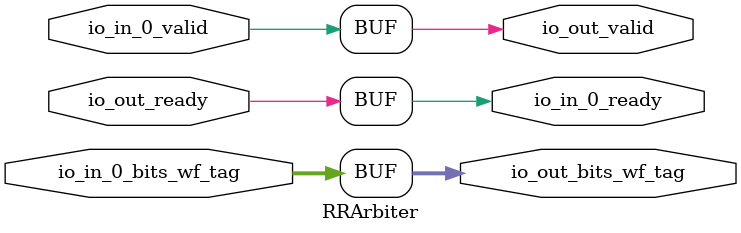
<source format=sv>
`ifndef RANDOMIZE
  `ifdef RANDOMIZE_MEM_INIT
    `define RANDOMIZE
  `endif // RANDOMIZE_MEM_INIT
`endif // not def RANDOMIZE
`ifndef RANDOMIZE
  `ifdef RANDOMIZE_REG_INIT
    `define RANDOMIZE
  `endif // RANDOMIZE_REG_INIT
`endif // not def RANDOMIZE

`ifndef RANDOM
  `define RANDOM $random
`endif // not def RANDOM

// Users can define INIT_RANDOM as general code that gets injected into the
// initializer block for modules with registers.
`ifndef INIT_RANDOM
  `define INIT_RANDOM
`endif // not def INIT_RANDOM

// If using random initialization, you can also define RANDOMIZE_DELAY to
// customize the delay used, otherwise 0.002 is used.
`ifndef RANDOMIZE_DELAY
  `define RANDOMIZE_DELAY 0.002
`endif // not def RANDOMIZE_DELAY

// Define INIT_RANDOM_PROLOG_ for use in our modules below.
`ifndef INIT_RANDOM_PROLOG_
  `ifdef RANDOMIZE
    `ifdef VERILATOR
      `define INIT_RANDOM_PROLOG_ `INIT_RANDOM
    `else  // VERILATOR
      `define INIT_RANDOM_PROLOG_ `INIT_RANDOM #`RANDOMIZE_DELAY begin end
    `endif // VERILATOR
  `else  // RANDOMIZE
    `define INIT_RANDOM_PROLOG_
  `endif // RANDOMIZE
`endif // not def INIT_RANDOM_PROLOG_

// Include register initializers in init blocks unless synthesis is set
`ifndef SYNTHESIS
  `ifndef ENABLE_INITIAL_REG_
    `define ENABLE_INITIAL_REG_
  `endif // not def ENABLE_INITIAL_REG_
`endif // not def SYNTHESIS

// Include rmemory initializers in init blocks unless synthesis is set
`ifndef SYNTHESIS
  `ifndef ENABLE_INITIAL_MEM_
    `define ENABLE_INITIAL_MEM_
  `endif // not def ENABLE_INITIAL_MEM_
`endif // not def SYNTHESIS

// Standard header to adapt well known macros for prints and assertions.

// Users can define 'PRINTF_COND' to add an extra gate to prints.
`ifndef PRINTF_COND_
  `ifdef PRINTF_COND
    `define PRINTF_COND_ (`PRINTF_COND)
  `else  // PRINTF_COND
    `define PRINTF_COND_ 1
  `endif // PRINTF_COND
`endif // not def PRINTF_COND_

// Users can define 'ASSERT_VERBOSE_COND' to add an extra gate to assert error printing.
`ifndef ASSERT_VERBOSE_COND_
  `ifdef ASSERT_VERBOSE_COND
    `define ASSERT_VERBOSE_COND_ (`ASSERT_VERBOSE_COND)
  `else  // ASSERT_VERBOSE_COND
    `define ASSERT_VERBOSE_COND_ 1
  `endif // ASSERT_VERBOSE_COND
`endif // not def ASSERT_VERBOSE_COND_

// Users can define 'STOP_COND' to add an extra gate to stop conditions.
`ifndef STOP_COND_
  `ifdef STOP_COND
    `define STOP_COND_ (`STOP_COND)
  `else  // STOP_COND
    `define STOP_COND_ 1
  `endif // STOP_COND
`endif // not def STOP_COND_

module RRArbiter(	// src/main/scala/chisel3/util/Arbiter.scala:118:7
  output       io_in_0_ready,	// src/main/scala/chisel3/util/Arbiter.scala:52:14
  input        io_in_0_valid,	// src/main/scala/chisel3/util/Arbiter.scala:52:14
  input  [5:0] io_in_0_bits_wf_tag,	// src/main/scala/chisel3/util/Arbiter.scala:52:14
  input        io_out_ready,	// src/main/scala/chisel3/util/Arbiter.scala:52:14
  output       io_out_valid,	// src/main/scala/chisel3/util/Arbiter.scala:52:14
  output [5:0] io_out_bits_wf_tag	// src/main/scala/chisel3/util/Arbiter.scala:52:14
);

  assign io_in_0_ready = io_out_ready;	// src/main/scala/chisel3/util/Arbiter.scala:118:7
  assign io_out_valid = io_in_0_valid;	// src/main/scala/chisel3/util/Arbiter.scala:118:7
  assign io_out_bits_wf_tag = io_in_0_bits_wf_tag;	// src/main/scala/chisel3/util/Arbiter.scala:118:7
endmodule


</source>
